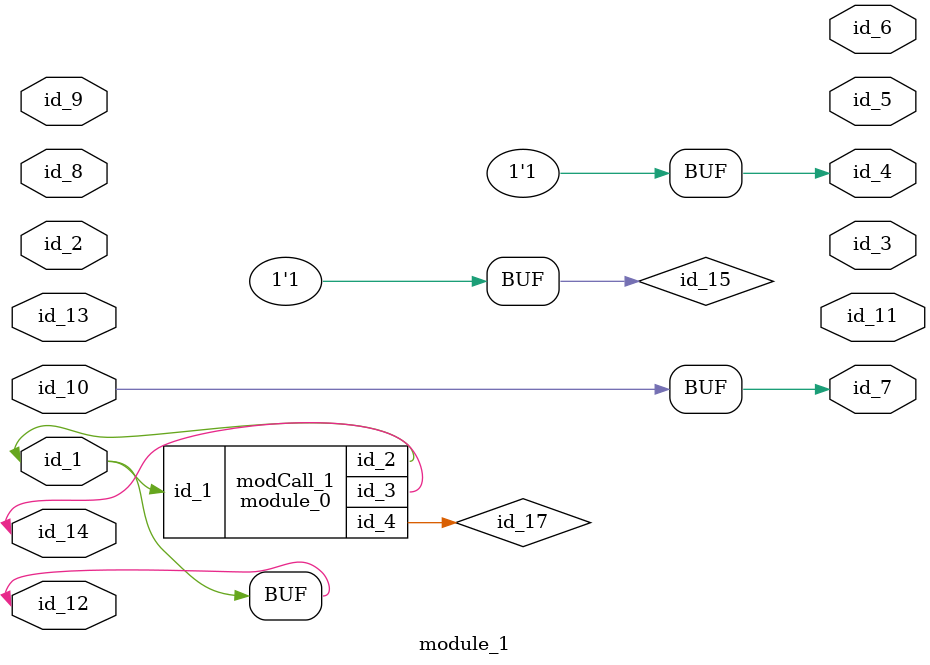
<source format=v>
module module_0 (
    id_1,
    id_2,
    id_3,
    id_4
);
  inout wire id_4;
  inout wire id_3;
  inout wire id_2;
  input wire id_1;
endmodule
module module_1 (
    id_1,
    id_2,
    id_3,
    id_4,
    id_5,
    id_6,
    id_7,
    id_8,
    id_9,
    id_10,
    id_11,
    id_12,
    id_13,
    id_14
);
  inout wire id_14;
  inout wire id_13;
  inout wire id_12;
  output wire id_11;
  inout wire id_10;
  inout wire id_9;
  input wire id_8;
  output wire id_7;
  output wire id_6;
  output wire id_5;
  output wire id_4;
  output wire id_3;
  input wire id_2;
  inout wire id_1;
  wire id_15;
  assign id_7  = id_10;
  assign id_12 = id_1;
  wire id_16;
  assign id_4 = id_12 ? 1 : 1;
  wire id_17;
  module_0 modCall_1 (
      id_1,
      id_12,
      id_14,
      id_17
  );
  assign id_15 = -1;
endmodule

</source>
